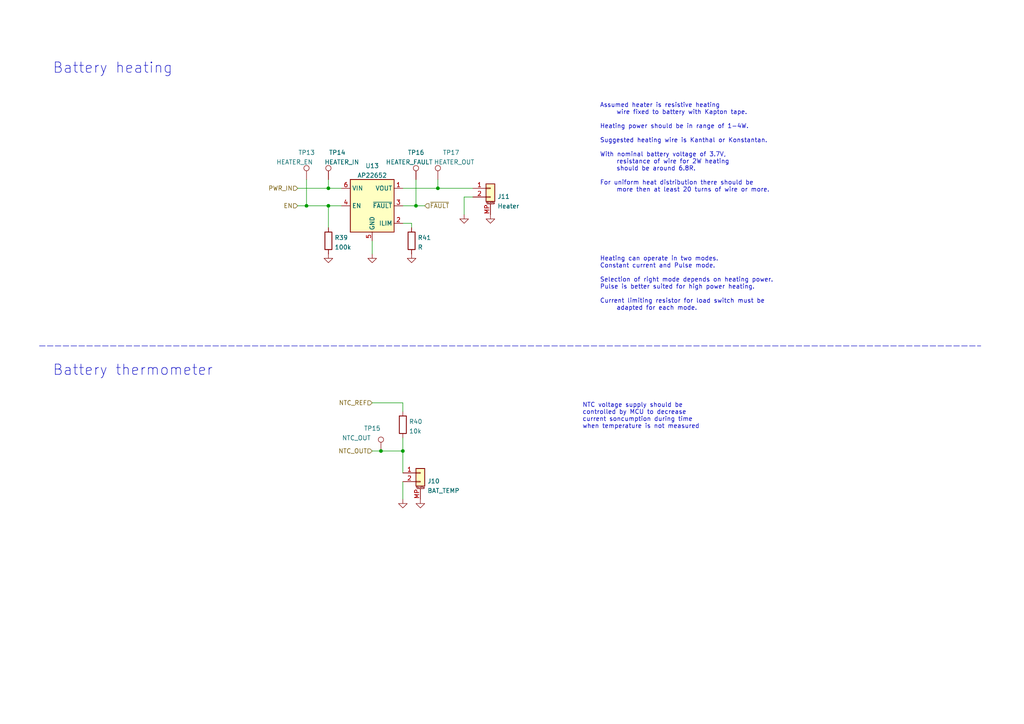
<source format=kicad_sch>
(kicad_sch (version 20210621) (generator eeschema)
  (paper "A4")
  (title_block (title "BUTCube - EPS") (date "2021-06-01") (rev "v1.0") (company "VUT - FIT(STRaDe) & FME(IAE & IPE)") (comment 1 "Author: Petr Malaník"))
  (lib_symbols
    (symbol "Connector:TestPoint" (pin_numbers hide) (pin_names (offset 0.762) hide)
      (property "Reference" "TP" (at 0 6.858 0))
      (property "Value" "TestPoint" (at 0 5.08 0))
      (symbol "TestPoint_0_1"
        (circle (center 0 3.302) (radius 0.762))
      )
      (symbol "TestPoint_1_1"
        (pin passive line (at 0 0 90) (length 2.54) (name "1") (number "1"))
      )
    )
    (symbol "Connector_Generic_MountingPin:Conn_01x02_MountingPin" (pin_names (offset 1.016) hide)
      (property "Reference" "J" (at 0 2.54 0))
      (property "Value" "Conn_01x02_MountingPin" (at 1.27 -5.08 0))
      (symbol "Conn_01x02_MountingPin_1_1"
        (text "Mounting" (at 0 -4.191 0) (effects (font (size 0.381 0.381))))
        (rectangle (start -1.27 -2.413) (end 0 -2.667) (stroke (width 0.1524)))
        (rectangle (start -1.27 0.127) (end 0 -0.127) (stroke (width 0.1524)))
        (rectangle (start -1.27 1.27) (end 1.27 -3.81) (stroke (width 0.254)) (fill (type background)))
        (polyline (pts (xy -1.016 -4.572) (xy 1.016 -4.572)) (stroke (width 0.1524)))
        (pin passive line (at -5.08 0 0) (length 3.81) (name "Pin_1") (number "1"))
        (pin passive line (at -5.08 -2.54 0) (length 3.81) (name "Pin_2") (number "2"))
        (pin passive line (at 0 -7.62 90) (length 3.048) (name "MountPin") (number "MP"))
      )
    )
    (symbol "Device:R" (pin_numbers hide) (pin_names (offset 0))
      (property "Reference" "R" (at 2.032 0 90))
      (property "Value" "R" (at 0 0 90))
      (symbol "R_0_1"
        (rectangle (start -1.016 -2.54) (end 1.016 2.54) (stroke (width 0.254)))
      )
      (symbol "R_1_1"
        (pin passive line (at 0 3.81 270) (length 1.27) (name "~") (number "1"))
        (pin passive line (at 0 -3.81 90) (length 1.27) (name "~") (number "2"))
      )
    )
    (symbol "TCY_power_management:AP22653"
      (property "Reference" "U" (at 8.89 7.62 0))
      (property "Value" "AP22653" (at 0 7.62 0))
      (symbol "AP22653_0_1"
        (rectangle (start -6.35 5.08) (end 6.35 -10.16) (stroke (width 0.254)) (fill (type background)))
      )
      (symbol "AP22653_1_1"
        (pin power_out line (at 8.89 2.54 180) (length 2.54) (name "VOUT") (number "1"))
        (pin passive line (at 8.89 -7.62 180) (length 2.54) (name "ILIM") (number "2"))
        (pin output line (at 8.89 -2.54 180) (length 2.54) (name "~{FAULT}") (number "3"))
        (pin input line (at -8.89 -2.54 0) (length 2.54) (name "EN") (number "4"))
        (pin passive line (at 0 -12.7 90) (length 2.54) (name "GND") (number "5"))
        (pin power_in line (at -8.89 2.54 0) (length 2.54) (name "VIN") (number "6"))
        (pin passive line (at 0 -12.7 90) (length 2.54) hide (name "E_PAD") (number "7"))
      )
    )
    (symbol "power:GND" (power) (pin_names (offset 0))
      (property "Value" "GND" (at 0 -3.81 0))
      (symbol "GND_0_1"
        (polyline (pts (xy 0 0) (xy 0 -1.27) (xy 1.27 -1.27) (xy 0 -2.54) (xy -1.27 -1.27) (xy 0 -1.27)))
      )
      (symbol "GND_1_1"
        (pin power_in line (at 0 0 270) (length 0) hide (name "GND") (number "1"))
      )
    )
  )
  (junction (at 88.9 59.69) (diameter 0.9144))
  (junction (at 95.25 54.61) (diameter 0.9144))
  (junction (at 95.25 59.69) (diameter 0.9144))
  (junction (at 110.49 130.81) (diameter 0.9144))
  (junction (at 116.84 130.81) (diameter 0.9144))
  (junction (at 120.65 59.69) (diameter 0.9144))
  (junction (at 127 54.61) (diameter 0.9144))
  (wire (pts (xy 86.36 54.61) (xy 95.25 54.61)))
  (wire (pts (xy 86.36 59.69) (xy 88.9 59.69)))
  (wire (pts (xy 88.9 52.07) (xy 88.9 59.69)))
  (wire (pts (xy 88.9 59.69) (xy 95.25 59.69)))
  (wire (pts (xy 95.25 52.07) (xy 95.25 54.61)))
  (wire (pts (xy 95.25 54.61) (xy 99.06 54.61)))
  (wire (pts (xy 95.25 59.69) (xy 99.06 59.69)))
  (wire (pts (xy 95.25 66.04) (xy 95.25 59.69)))
  (wire (pts (xy 107.95 69.85) (xy 107.95 73.66)))
  (wire (pts (xy 107.95 116.84) (xy 116.84 116.84)))
  (wire (pts (xy 107.95 130.81) (xy 110.49 130.81)))
  (wire (pts (xy 110.49 130.81) (xy 116.84 130.81)))
  (wire (pts (xy 116.84 54.61) (xy 127 54.61)))
  (wire (pts (xy 116.84 59.69) (xy 120.65 59.69)))
  (wire (pts (xy 116.84 64.77) (xy 119.38 64.77)))
  (wire (pts (xy 116.84 116.84) (xy 116.84 119.38)))
  (wire (pts (xy 116.84 127) (xy 116.84 130.81)))
  (wire (pts (xy 116.84 130.81) (xy 116.84 137.16)))
  (wire (pts (xy 116.84 139.7) (xy 116.84 144.78)))
  (wire (pts (xy 119.38 64.77) (xy 119.38 66.04)))
  (wire (pts (xy 120.65 52.07) (xy 120.65 59.69)))
  (wire (pts (xy 120.65 59.69) (xy 123.19 59.69)))
  (wire (pts (xy 127 52.07) (xy 127 54.61)))
  (wire (pts (xy 127 54.61) (xy 137.16 54.61)))
  (wire (pts (xy 134.62 57.15) (xy 134.62 62.23)))
  (wire (pts (xy 137.16 57.15) (xy 134.62 57.15)))
  (polyline (pts (xy 11.43 100.33) (xy 284.48 100.33)) (stroke (width 0) (type dash)))
  (text "Battery heating" (at 15.24 21.59 0) (effects (font (size 3 3)) (justify left bottom)))
  (text "Battery thermometer" (at 15.24 109.22 0) (effects (font (size 3 3)) (justify left bottom)))
  (text "NTC voltage supply should be\ncontrolled by MCU to decrease\ncurrent soncumption during time\nwhen temperature is not measured" (at 168.91 124.46 0) (effects (font (size 1.27 1.27)) (justify left bottom)))
  (text "Assumed heater is resistive heating\n	wire fixed to battery with Kapton tape.\n\nHeating power should be in range of 1-4W.\n\nSuggested heating wire is Kanthal or Konstantan.\n\nWith nominal battery voltage of 3.7V,\n	resistance of wire for 2W heating\n	should be around 6.8R.\n\nFor uniform heat distribution there should be\n	more then at least 20 turns of wire or more." (at 173.99 55.88 0) (effects (font (size 1.27 1.27)) (justify left bottom)))
  (text "Heating can operate in two modes.\nConstant current and Pulse mode.\n\nSelection of right mode depends on heating power.\nPulse is better suited for high power heating.\n\nCurrent limiting resistor for load switch must be\n	adapted for each mode." (at 173.99 90.17 0) (effects (font (size 1.27 1.27)) (justify left bottom)))
  (hierarchical_label "PWR_IN" (shape input) (at 86.36 54.61 180))
  (hierarchical_label "EN" (shape input) (at 86.36 59.69 180))
  (hierarchical_label "NTC_REF" (shape input) (at 107.95 116.84 180))
  (hierarchical_label "NTC_OUT" (shape input) (at 107.95 130.81 180))
  (hierarchical_label "~{FAULT}" (shape input) (at 123.19 59.69 0))
  (symbol (lib_id "Connector:TestPoint") (at 88.9 52.07 0)
    (property "Reference" "TP13" (at 86.4871 44.24 0) (effects (justify left)))
    (property "Value" "HEATER_EN" (at 80.1371 47.0151 0) (effects (justify left)))
    (property "Footprint" "TCY_connectors:TestPoint_Pad_D0.5mm" (effects hide))
  )
  (symbol (lib_id "Connector:TestPoint") (at 95.25 52.07 0)
    (property "Reference" "TP14" (at 95.3771 44.24 0) (effects (justify left)))
    (property "Value" "HEATER_IN" (at 94.1071 47.0151 0) (effects (justify left)))
    (property "Footprint" "TCY_connectors:TestPoint_Pad_D0.5mm" (effects hide))
  )
  (symbol (lib_id "Connector:TestPoint") (at 110.49 130.81 0)
    (property "Reference" "TP15" (at 105.5371 124.25 0) (effects (justify left)))
    (property "Value" "NTC_OUT" (at 99.1871 127.0251 0) (effects (justify left)))
    (property "Footprint" "TCY_connectors:TestPoint_Pad_D0.5mm" (effects hide))
  )
  (symbol (lib_id "Connector:TestPoint") (at 120.65 52.07 0)
    (property "Reference" "TP16" (at 118.2371 44.24 0) (effects (justify left)))
    (property "Value" "HEATER_FAULT" (at 111.8871 47.0151 0) (effects (justify left)))
    (property "Footprint" "TCY_connectors:TestPoint_Pad_D0.5mm" (effects hide))
  )
  (symbol (lib_id "Connector:TestPoint") (at 127 52.07 0)
    (property "Reference" "TP17" (at 128.3971 44.24 0) (effects (justify left)))
    (property "Value" "HEATER_OUT" (at 125.8571 47.0151 0) (effects (justify left)))
    (property "Footprint" "TCY_connectors:TestPoint_Pad_D0.5mm" (effects hide))
  )
  (symbol (lib_id "power:GND") (at 95.25 73.66 0)
    (property "Reference" "#PWR089" (effects hide))
    (property "Value" "GND" (effects hide))
  )
  (symbol (lib_id "power:GND") (at 107.95 73.66 0)
    (property "Reference" "#PWR090" (effects hide))
    (property "Value" "GND" (effects hide))
  )
  (symbol (lib_id "power:GND") (at 116.84 144.78 0)
    (property "Reference" "#PWR091" (effects hide))
    (property "Value" "GND" (effects hide))
  )
  (symbol (lib_id "power:GND") (at 119.38 73.66 0)
    (property "Reference" "#PWR092" (effects hide))
    (property "Value" "GND" (effects hide))
  )
  (symbol (lib_id "power:GND") (at 121.92 144.78 0)
    (property "Reference" "#PWR093" (effects hide))
    (property "Value" "GND" (effects hide))
  )
  (symbol (lib_id "power:GND") (at 134.62 62.23 0)
    (property "Reference" "#PWR094" (effects hide))
    (property "Value" "GND" (effects hide))
  )
  (symbol (lib_id "power:GND") (at 142.24 62.23 0)
    (property "Reference" "#PWR095" (effects hide))
    (property "Value" "GND" (effects hide))
  )
  (symbol (lib_id "Device:R") (at 95.25 69.85 0)
    (property "Reference" "R39" (at 97.0281 68.9415 0) (effects (justify left)))
    (property "Value" "100k" (at 97.0281 71.7166 0) (effects (justify left)))
    (property "Footprint" "TCY_passives:R_0603_1608Metric" (effects hide))
  )
  (symbol (lib_id "Device:R") (at 116.84 123.19 0)
    (property "Reference" "R40" (at 118.6181 122.2815 0) (effects (justify left)))
    (property "Value" "10k" (at 118.6181 125.0566 0) (effects (justify left)))
    (property "Footprint" "TCY_passives:R_0603_1608Metric" (effects hide))
  )
  (symbol (lib_id "Device:R") (at 119.38 69.85 0)
    (property "Reference" "R41" (at 121.1581 68.9415 0) (effects (justify left)))
    (property "Value" "R" (at 121.1581 71.7166 0) (effects (justify left)))
    (property "Footprint" "TCY_passives:R_0603_1608Metric" (effects hide))
  )
  (symbol (lib_id "Connector_Generic_MountingPin:Conn_01x02_MountingPin") (at 121.92 137.16 0)
    (property "Reference" "J10" (at 123.9521 139.5535 0) (effects (justify left)))
    (property "Value" "BAT_TEMP" (at 123.9521 142.3286 0) (effects (justify left)))
    (property "Footprint" "TCY_connectors:Amphenol_10114828-11102LF_1x02_P1.25mm_Vertical" (effects hide))
  )
  (symbol (lib_id "Connector_Generic_MountingPin:Conn_01x02_MountingPin") (at 142.24 54.61 0)
    (property "Reference" "J11" (at 144.2721 57.0035 0) (effects (justify left)))
    (property "Value" "Heater" (at 144.2721 59.7786 0) (effects (justify left)))
    (property "Footprint" "TCY_connectors:Amphenol_10114828-11102LF_1x02_P1.25mm_Vertical" (effects hide))
  )
  (symbol (lib_id "TCY_power_management:AP22653") (at 107.95 57.15 0)
    (property "Reference" "U13" (at 107.95 48.1034 0))
    (property "Value" "AP22652" (at 107.95 50.8785 0))
    (property "Footprint" "Package_DFN_QFN:DFN-6-1EP_2x2mm_P0.65mm_EP1x1.6mm" (effects hide))
    (property "Datasheet" "https://www.diodes.com/assets/Datasheets/AP22652_53_52A_53A.pdf" (effects hide))
  )
)
</source>
